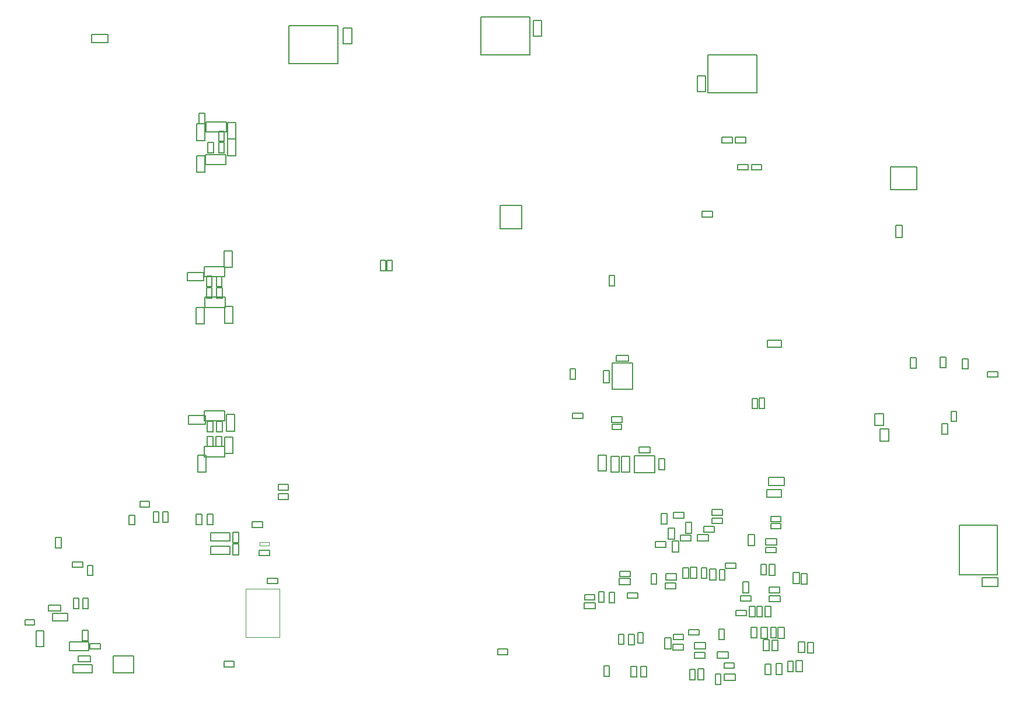
<source format=gbr>
G04*
G04 #@! TF.GenerationSoftware,Altium Limited,Altium Designer,23.7.1 (13)*
G04*
G04 Layer_Color=16711935*
%FSLAX25Y25*%
%MOIN*%
G70*
G04*
G04 #@! TF.SameCoordinates,27D51526-8311-448D-B6E4-34D2AC34C314*
G04*
G04*
G04 #@! TF.FilePolarity,Positive*
G04*
G01*
G75*
%ADD11C,0.00787*%
%ADD353C,0.00100*%
D11*
X400314Y-304339D02*
Y-298386D01*
Y-304339D02*
X403463D01*
Y-298386D01*
X400314D02*
X403463D01*
X394875Y-304295D02*
Y-298095D01*
Y-304295D02*
X398418D01*
Y-298095D01*
X394875D02*
X398418D01*
X340626Y-317238D02*
Y-311284D01*
X337476D02*
X340626D01*
X337476Y-317238D02*
Y-311284D01*
Y-317238D02*
X340626D01*
X334584Y-316886D02*
Y-310933D01*
X331435D02*
X334584D01*
X331435Y-316886D02*
Y-310933D01*
Y-316886D02*
X334584D01*
X323311Y-312686D02*
X329264D01*
X323311Y-315835D02*
Y-312686D01*
Y-315835D02*
X329264D01*
Y-312686D01*
X323244Y-317272D02*
X329445D01*
X323244Y-320816D02*
Y-317272D01*
Y-320816D02*
X329445D01*
Y-317272D01*
X345931Y-341156D02*
Y-335203D01*
X342782D02*
X345931D01*
X342782Y-341156D02*
Y-335203D01*
Y-341156D02*
X345931D01*
X351905Y-341472D02*
Y-335272D01*
X348361D02*
X351905D01*
X348361Y-341472D02*
Y-335272D01*
Y-341472D02*
X351905D01*
X209679Y-127551D02*
Y-121754D01*
X206726D02*
X209679D01*
X206726Y-127551D02*
Y-121754D01*
Y-127551D02*
X209679D01*
X213540Y-127621D02*
Y-121824D01*
X210587D02*
X213540D01*
X210587Y-127621D02*
Y-121824D01*
Y-127621D02*
X213540D01*
X429704Y-271908D02*
X435501D01*
X429704Y-274861D02*
Y-271908D01*
Y-274861D02*
X435501D01*
Y-271908D01*
X429677Y-267940D02*
X435474D01*
X429677Y-270893D02*
Y-267940D01*
Y-270893D02*
X435474D01*
Y-267940D01*
X426108Y-206214D02*
Y-200417D01*
X423155D02*
X426108D01*
X423155Y-206214D02*
Y-200417D01*
Y-206214D02*
X426108D01*
X421982Y-206313D02*
Y-200516D01*
X419030D02*
X421982D01*
X419030Y-206313D02*
Y-200516D01*
Y-206313D02*
X421982D01*
X273645Y-343732D02*
X279599D01*
X273645Y-346882D02*
Y-343732D01*
Y-346882D02*
X279599D01*
Y-343732D01*
X343512Y-299177D02*
X349465D01*
X343512Y-302327D02*
Y-299177D01*
Y-302327D02*
X349465D01*
Y-299177D01*
X343244Y-303415D02*
X349445D01*
X343244Y-306959D02*
Y-303415D01*
Y-306959D02*
X349445D01*
Y-303415D01*
X347709Y-311673D02*
X353662D01*
X347709Y-314823D02*
Y-311673D01*
Y-314823D02*
X353662D01*
Y-311673D01*
X363905Y-282406D02*
X369859D01*
X363905Y-285556D02*
Y-282406D01*
Y-285556D02*
X369859D01*
Y-282406D01*
X374822Y-280845D02*
Y-274644D01*
X371279D02*
X374822D01*
X371279Y-280845D02*
Y-274644D01*
Y-280845D02*
X374822D01*
X370322Y-272228D02*
Y-266275D01*
X367173D02*
X370322D01*
X367173Y-272228D02*
Y-266275D01*
Y-272228D02*
X370322D01*
X361460Y-306522D02*
Y-300569D01*
Y-306522D02*
X364610D01*
Y-300569D01*
X361460D02*
X364610D01*
X369698Y-304295D02*
X375899D01*
Y-300752D01*
X369698D02*
X375899D01*
X369698Y-304295D02*
Y-300752D01*
X369359Y-309230D02*
X375312D01*
Y-306081D01*
X369359D02*
X375312D01*
X369359Y-309230D02*
Y-306081D01*
X378039Y-278765D02*
X383992D01*
X378039Y-281915D02*
Y-278765D01*
Y-281915D02*
X383992D01*
Y-278765D01*
X384558Y-277668D02*
Y-271467D01*
X381015D02*
X384558D01*
X381015Y-277668D02*
Y-271467D01*
Y-277668D02*
X384558D01*
X374285Y-265690D02*
X380239D01*
X374285Y-268839D02*
Y-265690D01*
Y-268839D02*
X380239D01*
Y-265690D01*
X390143Y-303188D02*
Y-297235D01*
Y-303188D02*
X393293D01*
Y-297235D01*
X390143D02*
X393293D01*
X379590Y-303188D02*
Y-297235D01*
Y-303188D02*
X382740D01*
Y-297235D01*
X379590D02*
X382740D01*
X383900Y-303186D02*
Y-296986D01*
Y-303186D02*
X387443D01*
Y-296986D01*
X383900D02*
X387443D01*
X391448Y-276899D02*
X397401D01*
Y-273749D01*
X391448D02*
X397401D01*
X391448Y-276899D02*
Y-273749D01*
X387948Y-278426D02*
X394149D01*
X387948Y-281969D02*
Y-278426D01*
Y-281969D02*
X394149D01*
Y-278426D01*
X396144Y-272029D02*
X402098D01*
Y-268879D01*
X396144D02*
X402098D01*
X396144Y-272029D02*
Y-268879D01*
X396021Y-267488D02*
X402221D01*
Y-263945D01*
X396021D02*
X402221D01*
X396021Y-267488D02*
Y-263945D01*
X403795Y-294649D02*
X409749D01*
X403795Y-297798D02*
Y-294649D01*
Y-297798D02*
X409749D01*
Y-294649D01*
X420330Y-284695D02*
Y-278494D01*
X416787D02*
X420330D01*
X416787Y-284695D02*
Y-278494D01*
Y-284695D02*
X420330D01*
X426890Y-288797D02*
X432843D01*
Y-285647D01*
X426890D02*
X432843D01*
X426890Y-288797D02*
Y-285647D01*
X426907Y-284198D02*
X433108D01*
Y-280654D01*
X426907D02*
X433108D01*
X426907Y-284198D02*
Y-280654D01*
X427179Y-301446D02*
Y-295493D01*
X424029D02*
X427179D01*
X424029Y-301446D02*
Y-295493D01*
Y-301446D02*
X427179D01*
X432271Y-301570D02*
Y-295369D01*
X428728D02*
X432271D01*
X428728Y-301570D02*
Y-295369D01*
Y-301570D02*
X432271D01*
X447248Y-306581D02*
Y-300627D01*
Y-306581D02*
X450398D01*
Y-300627D01*
X447248D02*
X450398D01*
X442523Y-306366D02*
Y-300165D01*
Y-306366D02*
X446067D01*
Y-300165D01*
X442523D02*
X446067D01*
X412543Y-313343D02*
X418497D01*
X412543Y-316493D02*
Y-313343D01*
Y-316493D02*
X418497D01*
Y-313343D01*
X417292Y-311526D02*
Y-305325D01*
X413748D02*
X417292D01*
X413748Y-311526D02*
Y-305325D01*
Y-311526D02*
X417292D01*
X428901Y-311575D02*
X434855D01*
Y-308425D01*
X428901D02*
X434855D01*
X428901Y-311575D02*
Y-308425D01*
X428974Y-316791D02*
X435175D01*
Y-313248D01*
X428974D02*
X435175D01*
X428974Y-316791D02*
Y-313248D01*
X409778Y-321505D02*
X415731D01*
X409778Y-324654D02*
Y-321505D01*
Y-324654D02*
X415731D01*
Y-321505D01*
X417623Y-325272D02*
Y-319319D01*
Y-325272D02*
X420772D01*
Y-319319D01*
X417623D02*
X420772D01*
X421761Y-325335D02*
Y-319382D01*
Y-325335D02*
X424911D01*
Y-319382D01*
X421761D02*
X424911D01*
X426327Y-325459D02*
Y-319258D01*
Y-325459D02*
X429870D01*
Y-319258D01*
X426327D02*
X429870D01*
X418584Y-337432D02*
Y-331479D01*
Y-337432D02*
X421733D01*
Y-331479D01*
X418584D02*
X421733D01*
X424231Y-337556D02*
Y-331355D01*
Y-337556D02*
X427775D01*
Y-331355D01*
X424231D02*
X427775D01*
X429737Y-337432D02*
Y-331479D01*
Y-337432D02*
X432886D01*
Y-331479D01*
X429737D02*
X432886D01*
X433792Y-337591D02*
Y-331390D01*
Y-337591D02*
X437335D01*
Y-331390D01*
X433792D02*
X437335D01*
X433649Y-344690D02*
Y-338737D01*
X430500D02*
X433649D01*
X430500Y-344690D02*
Y-338737D01*
Y-344690D02*
X433649D01*
X428912Y-344660D02*
Y-338459D01*
X425369D02*
X428912D01*
X425369Y-344660D02*
Y-338459D01*
Y-344660D02*
X428912D01*
X454073Y-345976D02*
Y-340022D01*
X450923D02*
X454073D01*
X450923Y-345976D02*
Y-340022D01*
Y-345976D02*
X454073D01*
X448981Y-345822D02*
Y-339621D01*
X445438D02*
X448981D01*
X445438Y-345822D02*
Y-339621D01*
Y-345822D02*
X448981D01*
X429724Y-358390D02*
Y-352437D01*
X426574D02*
X429724D01*
X426574Y-358390D02*
Y-352437D01*
Y-358390D02*
X429724D01*
X436307Y-358285D02*
Y-352084D01*
X432764D02*
X436307D01*
X432764Y-358285D02*
Y-352084D01*
Y-358285D02*
X436307D01*
X442544Y-356569D02*
Y-350616D01*
X439394D02*
X442544D01*
X439394Y-356569D02*
Y-350616D01*
Y-356569D02*
X442544D01*
X447838Y-356693D02*
Y-350492D01*
X444295D02*
X447838D01*
X444295Y-356693D02*
Y-350492D01*
Y-356693D02*
X447838D01*
X398094Y-364055D02*
Y-358102D01*
Y-364055D02*
X401243D01*
Y-358102D01*
X398094D02*
X401243D01*
X403163Y-361521D02*
X409364D01*
Y-357978D01*
X403163D02*
X409364D01*
X403163Y-361521D02*
Y-357978D01*
X402991Y-354816D02*
X408945D01*
Y-351666D01*
X402991D02*
X408945D01*
X402991Y-354816D02*
Y-351666D01*
X399275Y-348852D02*
X405476D01*
Y-345308D01*
X399275D02*
X405476D01*
X399275Y-348852D02*
Y-345308D01*
X383427Y-361408D02*
Y-355455D01*
Y-361408D02*
X386577D01*
Y-355455D01*
X383427D02*
X386577D01*
X388053Y-361237D02*
Y-355036D01*
Y-361237D02*
X391597D01*
Y-355036D01*
X388053D02*
X391597D01*
X403290Y-338367D02*
Y-332414D01*
X400141D02*
X403290D01*
X400141Y-338367D02*
Y-332414D01*
Y-338367D02*
X403290D01*
X386202Y-348893D02*
X392155D01*
Y-345744D01*
X386202D02*
X392155D01*
X386202Y-348893D02*
Y-345744D01*
X386127Y-343600D02*
X392328D01*
Y-340057D01*
X386127D02*
X392328D01*
X386127Y-343600D02*
Y-340057D01*
X382714Y-335722D02*
X388668D01*
Y-332573D01*
X382714D02*
X388668D01*
X382714Y-335722D02*
Y-332573D01*
X356826Y-340209D02*
Y-334256D01*
X353677D02*
X356826D01*
X353677Y-340209D02*
Y-334256D01*
Y-340209D02*
X356826D01*
X373990Y-338331D02*
X379943D01*
Y-335181D01*
X373990D02*
X379943D01*
X373990Y-338331D02*
Y-335181D01*
X373858Y-344296D02*
X379811D01*
Y-341147D01*
X373858D02*
X379811D01*
X373858Y-344296D02*
Y-341147D01*
X372729Y-343516D02*
Y-337316D01*
X369186D02*
X372729D01*
X369186Y-343516D02*
Y-337316D01*
Y-343516D02*
X372729D01*
X334363Y-359292D02*
Y-353339D01*
Y-359292D02*
X337513D01*
Y-353339D01*
X334363D02*
X337513D01*
X355499Y-359587D02*
Y-353634D01*
Y-359587D02*
X358649D01*
Y-353634D01*
X355499D02*
X358649D01*
X349690Y-359711D02*
Y-353510D01*
Y-359711D02*
X353233D01*
Y-353510D01*
X349690D02*
X353233D01*
X377167Y-288275D02*
Y-282074D01*
X373624D02*
X377167D01*
X373624Y-288275D02*
Y-282074D01*
Y-288275D02*
X377167D01*
X31359Y-320503D02*
X34312D01*
X31359D02*
Y-314706D01*
X34312D01*
Y-320503D02*
Y-314706D01*
X69368Y-262817D02*
Y-259471D01*
X74879D01*
Y-262817D02*
Y-259471D01*
X69368Y-262817D02*
X74879D01*
X315054Y-189686D02*
X318204D01*
X315054D02*
Y-183733D01*
X318204D01*
Y-189686D02*
Y-183733D01*
X316602Y-212159D02*
Y-209010D01*
X322555D01*
Y-212159D02*
Y-209010D01*
X316602Y-212159D02*
X322555D01*
X337325Y-136428D02*
X340475D01*
X337325D02*
Y-130475D01*
X340475D01*
Y-136428D02*
Y-130475D01*
X142177Y-303295D02*
X148131D01*
X142177Y-306445D02*
Y-303295D01*
Y-306445D02*
X148131D01*
Y-303295D01*
X526590Y-183025D02*
X529740D01*
X526590D02*
Y-177072D01*
X529740D01*
Y-183025D02*
Y-177072D01*
X539307Y-183806D02*
X542457D01*
X539307D02*
Y-177853D01*
X542457D01*
Y-183806D02*
Y-177853D01*
X509519Y-183321D02*
X512668D01*
X509519D02*
Y-177367D01*
X512668D01*
Y-183321D02*
Y-177367D01*
X553417Y-188381D02*
Y-185231D01*
X559371D01*
Y-188381D02*
Y-185231D01*
X553417Y-188381D02*
X559371D01*
X117586Y-354070D02*
X123097D01*
Y-350723D01*
X117586D02*
X123097D01*
X117586Y-354070D02*
Y-350723D01*
X39862Y-320602D02*
Y-314805D01*
X36909D02*
X39862D01*
X36909Y-320602D02*
Y-314805D01*
Y-320602D02*
X39862D01*
X30915Y-293899D02*
X36869D01*
X30915Y-297049D02*
Y-293899D01*
Y-297049D02*
X36869D01*
Y-293899D01*
X39490Y-301812D02*
Y-295858D01*
Y-301812D02*
X42640D01*
Y-295858D01*
X39490D02*
X42640D01*
X63181Y-272835D02*
Y-267323D01*
Y-272835D02*
X66528D01*
Y-267323D01*
X63181D02*
X66528D01*
X498236Y-68425D02*
X513196D01*
X498236Y-81181D02*
Y-68425D01*
Y-81181D02*
X513196D01*
Y-68425D01*
X3782Y-326948D02*
X9294D01*
X3782Y-329900D02*
Y-326948D01*
Y-329900D02*
X9294D01*
Y-326948D01*
X17104Y-322158D02*
X24083D01*
Y-318723D01*
X17104D02*
X24083D01*
X17104Y-322158D02*
Y-318723D01*
X14442Y-342405D02*
Y-333350D01*
X10111D02*
X14442D01*
X10111Y-342405D02*
Y-333350D01*
Y-342405D02*
X14442D01*
X19573Y-323491D02*
X28282D01*
X19573Y-327821D02*
Y-323491D01*
Y-327821D02*
X28282D01*
Y-323491D01*
X137573Y-287370D02*
X143370D01*
X137573Y-290323D02*
Y-287370D01*
Y-290323D02*
X143370D01*
Y-287370D01*
X24323Y-286048D02*
Y-280094D01*
X21173D02*
X24323D01*
X21173Y-286048D02*
Y-280094D01*
Y-286048D02*
X24323D01*
X133615Y-274304D02*
X139569D01*
Y-271154D01*
X133615D02*
X139569D01*
X133615Y-274304D02*
Y-271154D01*
X107935Y-272662D02*
Y-266708D01*
Y-272662D02*
X111085D01*
Y-266708D01*
X107935D02*
X111085D01*
X101636Y-272662D02*
Y-266708D01*
Y-272662D02*
X104785D01*
Y-266708D01*
X101636D02*
X104785D01*
X82458Y-271284D02*
Y-265330D01*
Y-271284D02*
X85607D01*
Y-265330D01*
X82458D02*
X85607D01*
X77143Y-271284D02*
Y-265330D01*
Y-271284D02*
X80292D01*
Y-265330D01*
X77143D02*
X80292D01*
X148339Y-252875D02*
X154292D01*
Y-249726D01*
X148339D02*
X154292D01*
X148339Y-252875D02*
Y-249726D01*
Y-258190D02*
X154292D01*
Y-255041D01*
X148339D02*
X154292D01*
X148339Y-258190D02*
Y-255041D01*
X122419Y-289905D02*
X125766D01*
X122419D02*
Y-283764D01*
X125766D01*
Y-289905D02*
Y-283764D01*
X122419Y-276971D02*
X125766D01*
Y-283112D02*
Y-276971D01*
X122419Y-283112D02*
X125766D01*
X122419D02*
Y-276971D01*
X120751Y-289653D02*
Y-284929D01*
X109728Y-289653D02*
X120751D01*
X109728D02*
Y-284929D01*
X120751D01*
X109728Y-277269D02*
X120751D01*
X109728Y-281994D02*
Y-277269D01*
Y-281994D02*
X120751D01*
Y-277269D01*
X54072Y-347574D02*
X65686D01*
X54072Y-357219D02*
Y-347574D01*
Y-357219D02*
X65686D01*
Y-347574D01*
X40921Y-343635D02*
Y-340683D01*
X46718D01*
Y-343635D02*
Y-340683D01*
X40921Y-343635D02*
X46718D01*
X36583Y-338999D02*
X39733D01*
X36583D02*
Y-333046D01*
X39733D01*
Y-338999D02*
Y-333046D01*
X29272Y-339797D02*
X40295D01*
X29272Y-344521D02*
Y-339797D01*
Y-344521D02*
X40295D01*
Y-339797D01*
X31103Y-352629D02*
X42127D01*
X31103Y-357353D02*
Y-352629D01*
Y-357353D02*
X42127D01*
Y-352629D01*
X34193Y-347639D02*
X41171D01*
X34193Y-351074D02*
Y-347639D01*
Y-351074D02*
X41171D01*
Y-347639D01*
X101781Y-43750D02*
X106506D01*
Y-53199D02*
Y-43750D01*
X101781Y-53199D02*
X106506D01*
X101781D02*
Y-43750D01*
X363389Y-242905D02*
Y-233259D01*
X351775Y-242905D02*
X363389D01*
X351775D02*
Y-233259D01*
X363389D01*
X401846Y-51433D02*
X407799D01*
X401846Y-54582D02*
Y-51433D01*
Y-54582D02*
X407799D01*
Y-51433D01*
X409425Y-54582D02*
X415378D01*
Y-51433D01*
X409425D02*
X415378D01*
X409425Y-54582D02*
Y-51433D01*
X418671Y-70158D02*
X424624D01*
Y-67008D01*
X418671D02*
X424624D01*
X418671Y-70158D02*
Y-67008D01*
X102559Y-242567D02*
Y-233118D01*
Y-242567D02*
X107284D01*
Y-233118D01*
X102559D02*
X107284D01*
X111099Y-228144D02*
Y-222191D01*
X107949D02*
X111099D01*
X107949Y-228144D02*
Y-222191D01*
Y-228144D02*
X111099D01*
X107973Y-219515D02*
Y-213562D01*
Y-219515D02*
X111122D01*
Y-213562D01*
X107973D02*
X111122D01*
X97207Y-210480D02*
X106656D01*
X97207Y-215205D02*
Y-210480D01*
Y-215205D02*
X106656D01*
Y-210480D01*
X410893Y-67008D02*
X416846D01*
X410893Y-70158D02*
Y-67008D01*
Y-70158D02*
X416846D01*
Y-67008D01*
X339018Y-218380D02*
Y-215231D01*
X344530D01*
Y-218380D02*
Y-215231D01*
X339018Y-218380D02*
X344530D01*
X116043Y-228144D02*
Y-222191D01*
X112894D02*
X116043D01*
X112894Y-228144D02*
Y-222191D01*
Y-228144D02*
X116043D01*
X118646Y-209753D02*
X123370D01*
Y-219202D02*
Y-209753D01*
X118646Y-219202D02*
X123370D01*
X118646D02*
Y-209753D01*
X113273Y-219515D02*
Y-213562D01*
Y-219515D02*
X116422D01*
Y-213562D01*
X113273D02*
X116422D01*
X122524Y-232023D02*
Y-222574D01*
X117800D02*
X122524D01*
X117800Y-232023D02*
Y-222574D01*
Y-232023D02*
X122524D01*
X390356Y-93799D02*
X396309D01*
X390356Y-96949D02*
Y-93799D01*
Y-96949D02*
X396309D01*
Y-93799D01*
X117646Y-157567D02*
Y-148118D01*
Y-157567D02*
X122370D01*
Y-148118D01*
X117646D02*
X122370D01*
X124158Y-61917D02*
Y-52468D01*
X119434D02*
X124158D01*
X119434Y-61917D02*
Y-52468D01*
Y-61917D02*
X124158D01*
X122221Y-125708D02*
Y-116259D01*
X117497D02*
X122221D01*
X117497Y-125708D02*
Y-116259D01*
Y-125708D02*
X122221D01*
X117520Y-60169D02*
Y-54216D01*
X114370D02*
X117520D01*
X114370Y-60169D02*
Y-54216D01*
Y-60169D02*
X117520D01*
X119434Y-52313D02*
Y-42864D01*
Y-52313D02*
X124158D01*
Y-42864D01*
X119434D02*
X124158D01*
X114370Y-53813D02*
Y-47860D01*
Y-53813D02*
X117520D01*
Y-47860D01*
X114370D02*
X117520D01*
X113095Y-136810D02*
Y-130857D01*
Y-136810D02*
X116244D01*
Y-130857D01*
X113095D02*
X116244D01*
X116422Y-143319D02*
Y-137366D01*
X113273D02*
X116422D01*
X113273Y-143319D02*
Y-137366D01*
Y-143319D02*
X116422D01*
X427749Y-171426D02*
Y-167204D01*
X435908D01*
Y-171426D02*
Y-167204D01*
X427749Y-171426D02*
X435908D01*
X501268Y-108653D02*
X504703D01*
X501268D02*
Y-101675D01*
X504703D01*
Y-108653D02*
Y-101675D01*
X51192Y2522D02*
Y7247D01*
X41743Y2522D02*
X51192D01*
X41743D02*
Y7247D01*
X51192D01*
X427613Y-252786D02*
X435773D01*
X427613Y-257008D02*
Y-252786D01*
Y-257008D02*
X435773D01*
Y-252786D01*
X428543Y-245676D02*
X437598D01*
X428543Y-250401D02*
Y-245676D01*
Y-250401D02*
X437598D01*
Y-245676D01*
X101341Y-158121D02*
Y-148672D01*
Y-158121D02*
X106065D01*
Y-148672D01*
X101341D02*
X106065D01*
X96321Y-128652D02*
X105770D01*
X96321Y-133376D02*
Y-128652D01*
Y-133376D02*
X105770D01*
Y-128652D01*
X107465Y-136550D02*
Y-130596D01*
Y-136550D02*
X110615D01*
Y-130596D01*
X107465D02*
X110615D01*
Y-143439D02*
Y-137486D01*
X107465D02*
X110615D01*
X107465Y-143439D02*
Y-137486D01*
Y-143439D02*
X110615D01*
X103259Y-43597D02*
X106409D01*
X103259D02*
Y-37644D01*
X106409D01*
Y-43597D02*
Y-37644D01*
X101750Y-71488D02*
Y-62039D01*
Y-71488D02*
X106475D01*
Y-62039D01*
X101750D02*
X106475D01*
X111402Y-60169D02*
Y-54216D01*
X108252D02*
X111402D01*
X108252Y-60169D02*
Y-54216D01*
Y-60169D02*
X111402D01*
X106185Y-213436D02*
Y-207695D01*
X117831D01*
Y-213436D02*
Y-207695D01*
X106185Y-213436D02*
X117831D01*
X106185Y-233870D02*
X117831D01*
Y-228129D01*
X106185D02*
X117831D01*
X106185Y-233870D02*
Y-228129D01*
X106185Y-131098D02*
X117831D01*
Y-125357D01*
X106185D02*
X117831D01*
X106185Y-131098D02*
Y-125357D01*
X106363Y-148505D02*
X118009D01*
Y-142764D01*
X106363D02*
X118009D01*
X106363Y-148505D02*
Y-142764D01*
X107150Y-48320D02*
X118797D01*
Y-42579D01*
X107150D02*
X118797D01*
X107150Y-48320D02*
Y-42579D01*
X106666Y-66973D02*
X118312D01*
Y-61232D01*
X106666D02*
X118312D01*
X106666Y-66973D02*
Y-61232D01*
X275263Y-103549D02*
X287468D01*
X275263D02*
Y-90279D01*
X287468D01*
Y-103549D02*
Y-90279D01*
X497102Y-224857D02*
Y-218164D01*
X492181Y-224857D02*
X497102D01*
X492181D02*
Y-218164D01*
X497102D01*
X489108Y-209210D02*
X494030D01*
X489108Y-215903D02*
Y-209210D01*
Y-215903D02*
X494030D01*
Y-209210D01*
X338797Y-211105D02*
X344750D01*
X338797Y-214254D02*
Y-211105D01*
Y-214254D02*
X344750D01*
Y-211105D01*
X348491Y-179437D02*
Y-175846D01*
X341356Y-179437D02*
X348491D01*
X341356D02*
Y-175846D01*
X348491D01*
X337622Y-191812D02*
Y-184677D01*
X334031D02*
X337622D01*
X334031Y-191812D02*
Y-184677D01*
Y-191812D02*
X337622D01*
X339018Y-180455D02*
X350829D01*
Y-195416D02*
Y-180455D01*
X339018Y-195416D02*
X350829D01*
X339018D02*
Y-180455D01*
X331102Y-242117D02*
X335827D01*
X331102D02*
Y-233062D01*
X335827D01*
Y-242117D02*
Y-233062D01*
X349057Y-242609D02*
Y-233554D01*
X344333D02*
X349057D01*
X344333Y-242609D02*
Y-233554D01*
Y-242609D02*
X349057D01*
X343187Y-242669D02*
Y-233614D01*
X338463D02*
X343187D01*
X338463Y-242669D02*
Y-233614D01*
Y-242669D02*
X343187D01*
X360732Y-231581D02*
Y-228432D01*
X354433Y-231581D02*
X360732D01*
X354433D02*
Y-228432D01*
X360732D01*
X365949Y-241291D02*
Y-234992D01*
Y-241291D02*
X369098D01*
Y-234992D01*
X365949D02*
X369098D01*
X535827Y-213797D02*
Y-207844D01*
X532677D02*
X535827D01*
X532677Y-213797D02*
Y-207844D01*
Y-213797D02*
X535827D01*
X530748Y-220853D02*
Y-214900D01*
X527598D02*
X530748D01*
X527598Y-220853D02*
Y-214900D01*
Y-220853D02*
X530748D01*
X537556Y-273154D02*
X559209D01*
Y-301304D02*
Y-273154D01*
X537556Y-301304D02*
X559209D01*
X537556D02*
Y-273154D01*
X550374Y-303119D02*
X559430D01*
X550374Y-307843D02*
Y-303119D01*
Y-307843D02*
X559430D01*
Y-303119D01*
X263982Y-4442D02*
X292132D01*
Y17211D01*
X263982D02*
X292132D01*
X263982Y-4442D02*
Y17211D01*
X294194Y6353D02*
Y15408D01*
Y6353D02*
X298919D01*
Y15408D01*
X294194D02*
X298919D01*
X185597Y2030D02*
Y11085D01*
Y2030D02*
X190321D01*
Y11085D01*
X185597D02*
X190321D01*
X154478Y-9198D02*
X182627D01*
Y12456D01*
X154478D02*
X182627D01*
X154478Y-9198D02*
Y12456D01*
X387828Y-25299D02*
X392552D01*
X387828D02*
Y-16244D01*
X392552D01*
Y-25299D02*
Y-16244D01*
X393799Y-4411D02*
X421949D01*
X393799Y-26065D02*
Y-4411D01*
Y-26065D02*
X421949D01*
Y-4411D01*
D353*
X129724Y-336862D02*
X149016D01*
Y-309500D01*
X129724D02*
X149016D01*
X129724Y-336862D02*
Y-309500D01*
X137658Y-282589D02*
X143170D01*
Y-284754D02*
Y-282589D01*
X137658Y-284754D02*
X143170D01*
X137658D02*
Y-282589D01*
M02*

</source>
